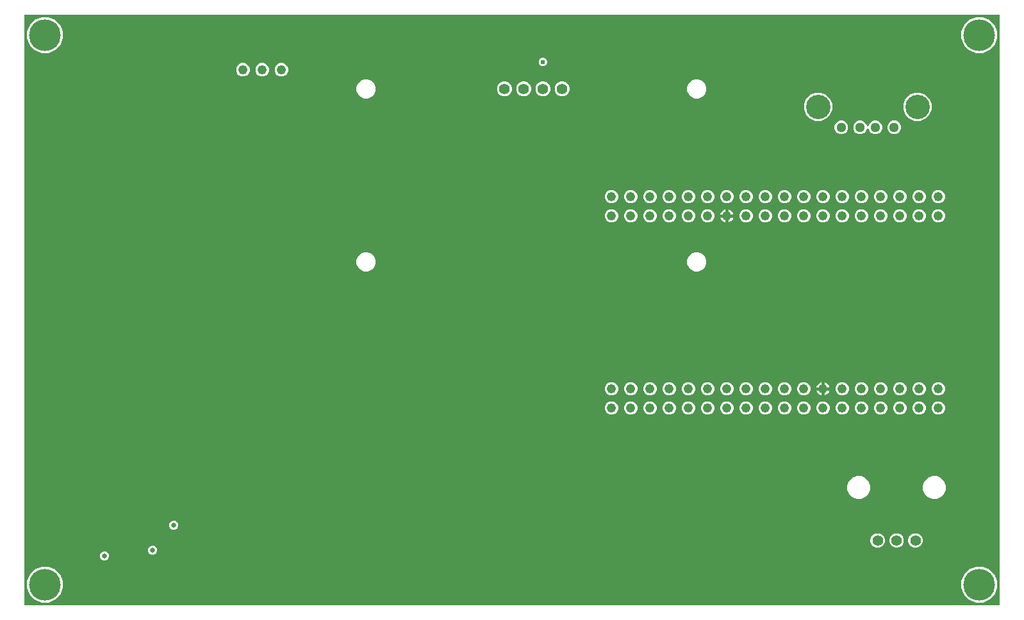
<source format=gbr>
G04 EAGLE Gerber RS-274X export*
G75*
%MOMM*%
%FSLAX34Y34*%
%LPD*%
%INCopper Layer 15*%
%IPPOS*%
%AMOC8*
5,1,8,0,0,1.08239X$1,22.5*%
G01*
%ADD10C,1.422400*%
%ADD11C,1.244600*%
%ADD12C,1.400000*%
%ADD13C,1.288000*%
%ADD14C,3.220000*%
%ADD15C,4.191000*%
%ADD16C,0.654800*%
%ADD17C,0.609600*%

G36*
X1341746Y28718D02*
X1341746Y28718D01*
X1341865Y28725D01*
X1341903Y28738D01*
X1341944Y28743D01*
X1342054Y28786D01*
X1342167Y28823D01*
X1342202Y28845D01*
X1342239Y28860D01*
X1342335Y28929D01*
X1342436Y28993D01*
X1342464Y29023D01*
X1342497Y29046D01*
X1342573Y29138D01*
X1342654Y29225D01*
X1342674Y29260D01*
X1342699Y29291D01*
X1342750Y29399D01*
X1342808Y29503D01*
X1342818Y29543D01*
X1342835Y29579D01*
X1342857Y29696D01*
X1342887Y29811D01*
X1342891Y29871D01*
X1342895Y29891D01*
X1342893Y29912D01*
X1342897Y29972D01*
X1342897Y808228D01*
X1342882Y808346D01*
X1342875Y808465D01*
X1342862Y808503D01*
X1342857Y808544D01*
X1342814Y808654D01*
X1342777Y808767D01*
X1342755Y808802D01*
X1342740Y808839D01*
X1342671Y808935D01*
X1342607Y809036D01*
X1342577Y809064D01*
X1342554Y809097D01*
X1342462Y809173D01*
X1342375Y809254D01*
X1342340Y809274D01*
X1342309Y809299D01*
X1342201Y809350D01*
X1342097Y809408D01*
X1342057Y809418D01*
X1342021Y809435D01*
X1341904Y809457D01*
X1341789Y809487D01*
X1341729Y809491D01*
X1341709Y809495D01*
X1341688Y809493D01*
X1341628Y809497D01*
X55372Y809497D01*
X55254Y809482D01*
X55135Y809475D01*
X55097Y809462D01*
X55056Y809457D01*
X54946Y809414D01*
X54833Y809377D01*
X54798Y809355D01*
X54761Y809340D01*
X54665Y809271D01*
X54564Y809207D01*
X54536Y809177D01*
X54503Y809154D01*
X54427Y809062D01*
X54346Y808975D01*
X54326Y808940D01*
X54301Y808909D01*
X54250Y808801D01*
X54192Y808697D01*
X54182Y808657D01*
X54165Y808621D01*
X54143Y808504D01*
X54113Y808389D01*
X54109Y808329D01*
X54105Y808309D01*
X54107Y808288D01*
X54103Y808228D01*
X54103Y29972D01*
X54118Y29854D01*
X54125Y29735D01*
X54138Y29697D01*
X54143Y29656D01*
X54186Y29546D01*
X54223Y29433D01*
X54245Y29398D01*
X54260Y29361D01*
X54329Y29265D01*
X54393Y29164D01*
X54423Y29136D01*
X54446Y29103D01*
X54538Y29027D01*
X54625Y28946D01*
X54660Y28926D01*
X54691Y28901D01*
X54799Y28850D01*
X54903Y28792D01*
X54943Y28782D01*
X54979Y28765D01*
X55096Y28743D01*
X55211Y28713D01*
X55271Y28709D01*
X55291Y28705D01*
X55312Y28707D01*
X55372Y28703D01*
X1341628Y28703D01*
X1341746Y28718D01*
G37*
%LPC*%
G36*
X1311046Y758824D02*
X1311046Y758824D01*
X1302411Y762401D01*
X1295801Y769011D01*
X1292224Y777646D01*
X1292224Y786994D01*
X1295801Y795629D01*
X1302411Y802239D01*
X1311046Y805816D01*
X1320394Y805816D01*
X1329029Y802239D01*
X1335639Y795629D01*
X1339216Y786994D01*
X1339216Y777646D01*
X1335639Y769011D01*
X1329029Y762401D01*
X1320394Y758824D01*
X1311046Y758824D01*
G37*
%LPD*%
%LPC*%
G36*
X76606Y758824D02*
X76606Y758824D01*
X67971Y762401D01*
X61361Y769011D01*
X57784Y777646D01*
X57784Y786994D01*
X61361Y795629D01*
X67971Y802239D01*
X76606Y805816D01*
X85954Y805816D01*
X94589Y802239D01*
X101199Y795629D01*
X104776Y786994D01*
X104776Y777646D01*
X101199Y769011D01*
X94589Y762401D01*
X85954Y758824D01*
X76606Y758824D01*
G37*
%LPD*%
%LPC*%
G36*
X76606Y32384D02*
X76606Y32384D01*
X67971Y35961D01*
X61361Y42571D01*
X57784Y51206D01*
X57784Y60554D01*
X61361Y69189D01*
X67971Y75799D01*
X76606Y79376D01*
X85954Y79376D01*
X94589Y75799D01*
X101199Y69189D01*
X104776Y60554D01*
X104776Y51206D01*
X101199Y42571D01*
X94589Y35961D01*
X85954Y32384D01*
X76606Y32384D01*
G37*
%LPD*%
%LPC*%
G36*
X1311046Y32384D02*
X1311046Y32384D01*
X1302411Y35961D01*
X1295801Y42571D01*
X1292224Y51206D01*
X1292224Y60554D01*
X1295801Y69189D01*
X1302411Y75799D01*
X1311046Y79376D01*
X1320394Y79376D01*
X1329029Y75799D01*
X1335639Y69189D01*
X1339216Y60554D01*
X1339216Y51206D01*
X1335639Y42571D01*
X1329029Y35961D01*
X1320394Y32384D01*
X1311046Y32384D01*
G37*
%LPD*%
%LPC*%
G36*
X1230392Y668859D02*
X1230392Y668859D01*
X1223541Y671697D01*
X1218297Y676941D01*
X1215459Y683792D01*
X1215459Y691208D01*
X1218297Y698059D01*
X1223541Y703303D01*
X1230392Y706141D01*
X1237808Y706141D01*
X1244659Y703303D01*
X1249903Y698059D01*
X1252741Y691208D01*
X1252741Y683792D01*
X1249903Y676941D01*
X1244659Y671697D01*
X1237808Y668859D01*
X1230392Y668859D01*
G37*
%LPD*%
%LPC*%
G36*
X1098992Y668859D02*
X1098992Y668859D01*
X1092141Y671697D01*
X1086897Y676941D01*
X1084059Y683792D01*
X1084059Y691208D01*
X1086897Y698059D01*
X1092141Y703303D01*
X1098992Y706141D01*
X1106408Y706141D01*
X1113259Y703303D01*
X1118503Y698059D01*
X1121341Y691208D01*
X1121341Y683792D01*
X1118503Y676941D01*
X1113259Y671697D01*
X1106408Y668859D01*
X1098992Y668859D01*
G37*
%LPD*%
%LPC*%
G36*
X1253508Y169259D02*
X1253508Y169259D01*
X1247980Y171549D01*
X1243749Y175780D01*
X1241459Y181308D01*
X1241459Y187292D01*
X1243749Y192820D01*
X1247980Y197051D01*
X1253508Y199341D01*
X1259492Y199341D01*
X1265020Y197051D01*
X1269251Y192820D01*
X1271541Y187292D01*
X1271541Y181308D01*
X1269251Y175780D01*
X1265020Y171549D01*
X1259492Y169259D01*
X1253508Y169259D01*
G37*
%LPD*%
%LPC*%
G36*
X1153508Y169259D02*
X1153508Y169259D01*
X1147980Y171549D01*
X1143749Y175780D01*
X1141459Y181308D01*
X1141459Y187292D01*
X1143749Y192820D01*
X1147980Y197051D01*
X1153508Y199341D01*
X1159492Y199341D01*
X1165020Y197051D01*
X1169251Y192820D01*
X1171541Y187292D01*
X1171541Y181308D01*
X1169251Y175780D01*
X1165020Y171549D01*
X1159492Y169259D01*
X1153508Y169259D01*
G37*
%LPD*%
%LPC*%
G36*
X1156614Y651419D02*
X1156614Y651419D01*
X1153313Y652786D01*
X1150786Y655313D01*
X1149419Y658614D01*
X1149419Y662186D01*
X1150786Y665487D01*
X1153313Y668014D01*
X1156614Y669381D01*
X1160186Y669381D01*
X1163487Y668014D01*
X1166014Y665487D01*
X1167227Y662557D01*
X1167296Y662436D01*
X1167361Y662313D01*
X1167375Y662298D01*
X1167385Y662280D01*
X1167482Y662180D01*
X1167575Y662078D01*
X1167592Y662067D01*
X1167606Y662052D01*
X1167724Y661979D01*
X1167841Y661903D01*
X1167860Y661896D01*
X1167877Y661886D01*
X1168010Y661845D01*
X1168142Y661800D01*
X1168162Y661798D01*
X1168181Y661792D01*
X1168320Y661786D01*
X1168459Y661774D01*
X1168479Y661778D01*
X1168499Y661777D01*
X1168635Y661805D01*
X1168772Y661829D01*
X1168790Y661837D01*
X1168810Y661841D01*
X1168936Y661903D01*
X1169062Y661959D01*
X1169078Y661972D01*
X1169096Y661981D01*
X1169202Y662072D01*
X1169310Y662158D01*
X1169323Y662174D01*
X1169338Y662187D01*
X1169418Y662302D01*
X1169502Y662412D01*
X1169514Y662437D01*
X1169521Y662447D01*
X1169528Y662467D01*
X1169573Y662557D01*
X1170786Y665487D01*
X1173313Y668014D01*
X1176614Y669381D01*
X1180186Y669381D01*
X1183487Y668014D01*
X1186014Y665487D01*
X1187381Y662186D01*
X1187381Y658614D01*
X1186014Y655313D01*
X1183487Y652786D01*
X1180186Y651419D01*
X1176614Y651419D01*
X1173313Y652786D01*
X1170786Y655313D01*
X1169573Y658243D01*
X1169504Y658364D01*
X1169439Y658487D01*
X1169425Y658502D01*
X1169415Y658520D01*
X1169318Y658620D01*
X1169225Y658722D01*
X1169208Y658733D01*
X1169194Y658748D01*
X1169075Y658821D01*
X1168959Y658897D01*
X1168940Y658904D01*
X1168923Y658914D01*
X1168790Y658955D01*
X1168658Y659000D01*
X1168638Y659002D01*
X1168619Y659008D01*
X1168480Y659014D01*
X1168341Y659026D01*
X1168321Y659022D01*
X1168301Y659023D01*
X1168165Y658995D01*
X1168028Y658971D01*
X1168009Y658963D01*
X1167990Y658959D01*
X1167864Y658897D01*
X1167738Y658841D01*
X1167722Y658828D01*
X1167704Y658819D01*
X1167598Y658729D01*
X1167490Y658642D01*
X1167477Y658626D01*
X1167462Y658613D01*
X1167382Y658499D01*
X1167298Y658388D01*
X1167286Y658363D01*
X1167279Y658353D01*
X1167272Y658333D01*
X1167227Y658243D01*
X1166014Y655313D01*
X1163487Y652786D01*
X1160186Y651419D01*
X1156614Y651419D01*
G37*
%LPD*%
%LPC*%
G36*
X502965Y470059D02*
X502965Y470059D01*
X498356Y471968D01*
X494828Y475496D01*
X492919Y480105D01*
X492919Y485095D01*
X494828Y489704D01*
X498356Y493232D01*
X502965Y495141D01*
X507955Y495141D01*
X512564Y493232D01*
X516092Y489704D01*
X518001Y485095D01*
X518001Y480105D01*
X516092Y475496D01*
X512564Y471968D01*
X507955Y470059D01*
X502965Y470059D01*
G37*
%LPD*%
%LPC*%
G36*
X502965Y698659D02*
X502965Y698659D01*
X498356Y700568D01*
X494828Y704096D01*
X492919Y708705D01*
X492919Y713695D01*
X494828Y718304D01*
X498356Y721832D01*
X502965Y723741D01*
X507955Y723741D01*
X512564Y721832D01*
X516092Y718304D01*
X518001Y713695D01*
X518001Y708705D01*
X516092Y704096D01*
X512564Y700568D01*
X507955Y698659D01*
X502965Y698659D01*
G37*
%LPD*%
%LPC*%
G36*
X939845Y698659D02*
X939845Y698659D01*
X935236Y700568D01*
X931708Y704096D01*
X929799Y708705D01*
X929799Y713695D01*
X931708Y718304D01*
X935236Y721832D01*
X939845Y723741D01*
X944835Y723741D01*
X949444Y721832D01*
X952972Y718304D01*
X954881Y713695D01*
X954881Y708705D01*
X952972Y704096D01*
X949444Y700568D01*
X944835Y698659D01*
X939845Y698659D01*
G37*
%LPD*%
%LPC*%
G36*
X939845Y470059D02*
X939845Y470059D01*
X935236Y471968D01*
X931708Y475496D01*
X929799Y480105D01*
X929799Y485095D01*
X931708Y489704D01*
X935236Y493232D01*
X939845Y495141D01*
X944835Y495141D01*
X949444Y493232D01*
X952972Y489704D01*
X954881Y485095D01*
X954881Y480105D01*
X952972Y475496D01*
X949444Y471968D01*
X944835Y470059D01*
X939845Y470059D01*
G37*
%LPD*%
%LPC*%
G36*
X686420Y701547D02*
X686420Y701547D01*
X682872Y703017D01*
X680157Y705732D01*
X678687Y709280D01*
X678687Y713120D01*
X680157Y716668D01*
X682872Y719383D01*
X686420Y720853D01*
X690260Y720853D01*
X693808Y719383D01*
X696523Y716668D01*
X697993Y713120D01*
X697993Y709280D01*
X696523Y705732D01*
X693808Y703017D01*
X690260Y701547D01*
X686420Y701547D01*
G37*
%LPD*%
%LPC*%
G36*
X737220Y701547D02*
X737220Y701547D01*
X733672Y703017D01*
X730957Y705732D01*
X729487Y709280D01*
X729487Y713120D01*
X730957Y716668D01*
X733672Y719383D01*
X737220Y720853D01*
X741060Y720853D01*
X744608Y719383D01*
X747323Y716668D01*
X748793Y713120D01*
X748793Y709280D01*
X747323Y705732D01*
X744608Y703017D01*
X741060Y701547D01*
X737220Y701547D01*
G37*
%LPD*%
%LPC*%
G36*
X711820Y701547D02*
X711820Y701547D01*
X708272Y703017D01*
X705557Y705732D01*
X704087Y709280D01*
X704087Y713120D01*
X705557Y716668D01*
X708272Y719383D01*
X711820Y720853D01*
X715660Y720853D01*
X719208Y719383D01*
X721923Y716668D01*
X723393Y713120D01*
X723393Y709280D01*
X721923Y705732D01*
X719208Y703017D01*
X715660Y701547D01*
X711820Y701547D01*
G37*
%LPD*%
%LPC*%
G36*
X762620Y701547D02*
X762620Y701547D01*
X759072Y703017D01*
X756357Y705732D01*
X754887Y709280D01*
X754887Y713120D01*
X756357Y716668D01*
X759072Y719383D01*
X762620Y720853D01*
X766460Y720853D01*
X770008Y719383D01*
X772723Y716668D01*
X774193Y713120D01*
X774193Y709280D01*
X772723Y705732D01*
X770008Y703017D01*
X766460Y701547D01*
X762620Y701547D01*
G37*
%LPD*%
%LPC*%
G36*
X1179602Y104759D02*
X1179602Y104759D01*
X1176096Y106212D01*
X1173412Y108896D01*
X1171959Y112402D01*
X1171959Y116198D01*
X1173412Y119704D01*
X1176096Y122388D01*
X1179602Y123841D01*
X1183398Y123841D01*
X1186904Y122388D01*
X1189588Y119704D01*
X1191041Y116198D01*
X1191041Y112402D01*
X1189588Y108896D01*
X1186904Y106212D01*
X1183398Y104759D01*
X1179602Y104759D01*
G37*
%LPD*%
%LPC*%
G36*
X1229602Y104759D02*
X1229602Y104759D01*
X1226096Y106212D01*
X1223412Y108896D01*
X1221959Y112402D01*
X1221959Y116198D01*
X1223412Y119704D01*
X1226096Y122388D01*
X1229602Y123841D01*
X1233398Y123841D01*
X1236904Y122388D01*
X1239588Y119704D01*
X1241041Y116198D01*
X1241041Y112402D01*
X1239588Y108896D01*
X1236904Y106212D01*
X1233398Y104759D01*
X1229602Y104759D01*
G37*
%LPD*%
%LPC*%
G36*
X1204602Y104759D02*
X1204602Y104759D01*
X1201096Y106212D01*
X1198412Y108896D01*
X1196959Y112402D01*
X1196959Y116198D01*
X1198412Y119704D01*
X1201096Y122388D01*
X1204602Y123841D01*
X1208398Y123841D01*
X1211904Y122388D01*
X1214588Y119704D01*
X1216041Y116198D01*
X1216041Y112402D01*
X1214588Y108896D01*
X1211904Y106212D01*
X1208398Y104759D01*
X1204602Y104759D01*
G37*
%LPD*%
%LPC*%
G36*
X1201614Y651419D02*
X1201614Y651419D01*
X1198313Y652786D01*
X1195786Y655313D01*
X1194419Y658614D01*
X1194419Y662186D01*
X1195786Y665487D01*
X1198313Y668014D01*
X1201614Y669381D01*
X1205186Y669381D01*
X1208487Y668014D01*
X1211014Y665487D01*
X1212381Y662186D01*
X1212381Y658614D01*
X1211014Y655313D01*
X1208487Y652786D01*
X1205186Y651419D01*
X1201614Y651419D01*
G37*
%LPD*%
%LPC*%
G36*
X1131614Y651419D02*
X1131614Y651419D01*
X1128313Y652786D01*
X1125786Y655313D01*
X1124419Y658614D01*
X1124419Y662186D01*
X1125786Y665487D01*
X1128313Y668014D01*
X1131614Y669381D01*
X1135186Y669381D01*
X1138487Y668014D01*
X1141014Y665487D01*
X1142381Y662186D01*
X1142381Y658614D01*
X1141014Y655313D01*
X1138487Y652786D01*
X1135186Y651419D01*
X1131614Y651419D01*
G37*
%LPD*%
%LPC*%
G36*
X1183757Y559936D02*
X1183757Y559936D01*
X1180536Y561270D01*
X1178070Y563736D01*
X1176736Y566957D01*
X1176736Y570443D01*
X1178070Y573664D01*
X1180536Y576130D01*
X1183757Y577464D01*
X1187243Y577464D01*
X1190464Y576130D01*
X1192930Y573664D01*
X1194264Y570443D01*
X1194264Y566957D01*
X1192930Y563736D01*
X1190464Y561270D01*
X1187243Y559936D01*
X1183757Y559936D01*
G37*
%LPD*%
%LPC*%
G36*
X1158357Y559936D02*
X1158357Y559936D01*
X1155136Y561270D01*
X1152670Y563736D01*
X1151336Y566957D01*
X1151336Y570443D01*
X1152670Y573664D01*
X1155136Y576130D01*
X1158357Y577464D01*
X1161843Y577464D01*
X1165064Y576130D01*
X1167530Y573664D01*
X1168864Y570443D01*
X1168864Y566957D01*
X1167530Y563736D01*
X1165064Y561270D01*
X1161843Y559936D01*
X1158357Y559936D01*
G37*
%LPD*%
%LPC*%
G36*
X1132957Y559936D02*
X1132957Y559936D01*
X1129736Y561270D01*
X1127270Y563736D01*
X1125936Y566957D01*
X1125936Y570443D01*
X1127270Y573664D01*
X1129736Y576130D01*
X1132957Y577464D01*
X1136443Y577464D01*
X1139664Y576130D01*
X1142130Y573664D01*
X1143464Y570443D01*
X1143464Y566957D01*
X1142130Y563736D01*
X1139664Y561270D01*
X1136443Y559936D01*
X1132957Y559936D01*
G37*
%LPD*%
%LPC*%
G36*
X1107557Y559936D02*
X1107557Y559936D01*
X1104336Y561270D01*
X1101870Y563736D01*
X1100536Y566957D01*
X1100536Y570443D01*
X1101870Y573664D01*
X1104336Y576130D01*
X1107557Y577464D01*
X1111043Y577464D01*
X1114264Y576130D01*
X1116730Y573664D01*
X1118064Y570443D01*
X1118064Y566957D01*
X1116730Y563736D01*
X1114264Y561270D01*
X1111043Y559936D01*
X1107557Y559936D01*
G37*
%LPD*%
%LPC*%
G36*
X1082157Y559936D02*
X1082157Y559936D01*
X1078936Y561270D01*
X1076470Y563736D01*
X1075136Y566957D01*
X1075136Y570443D01*
X1076470Y573664D01*
X1078936Y576130D01*
X1082157Y577464D01*
X1085643Y577464D01*
X1088864Y576130D01*
X1091330Y573664D01*
X1092664Y570443D01*
X1092664Y566957D01*
X1091330Y563736D01*
X1088864Y561270D01*
X1085643Y559936D01*
X1082157Y559936D01*
G37*
%LPD*%
%LPC*%
G36*
X1056757Y559936D02*
X1056757Y559936D01*
X1053536Y561270D01*
X1051070Y563736D01*
X1049736Y566957D01*
X1049736Y570443D01*
X1051070Y573664D01*
X1053536Y576130D01*
X1056757Y577464D01*
X1060243Y577464D01*
X1063464Y576130D01*
X1065930Y573664D01*
X1067264Y570443D01*
X1067264Y566957D01*
X1065930Y563736D01*
X1063464Y561270D01*
X1060243Y559936D01*
X1056757Y559936D01*
G37*
%LPD*%
%LPC*%
G36*
X1031357Y559936D02*
X1031357Y559936D01*
X1028136Y561270D01*
X1025670Y563736D01*
X1024336Y566957D01*
X1024336Y570443D01*
X1025670Y573664D01*
X1028136Y576130D01*
X1031357Y577464D01*
X1034843Y577464D01*
X1038064Y576130D01*
X1040530Y573664D01*
X1041864Y570443D01*
X1041864Y566957D01*
X1040530Y563736D01*
X1038064Y561270D01*
X1034843Y559936D01*
X1031357Y559936D01*
G37*
%LPD*%
%LPC*%
G36*
X1005957Y559936D02*
X1005957Y559936D01*
X1002736Y561270D01*
X1000270Y563736D01*
X998936Y566957D01*
X998936Y570443D01*
X1000270Y573664D01*
X1002736Y576130D01*
X1005957Y577464D01*
X1009443Y577464D01*
X1012664Y576130D01*
X1015130Y573664D01*
X1016464Y570443D01*
X1016464Y566957D01*
X1015130Y563736D01*
X1012664Y561270D01*
X1009443Y559936D01*
X1005957Y559936D01*
G37*
%LPD*%
%LPC*%
G36*
X980557Y559936D02*
X980557Y559936D01*
X977336Y561270D01*
X974870Y563736D01*
X973536Y566957D01*
X973536Y570443D01*
X974870Y573664D01*
X977336Y576130D01*
X980557Y577464D01*
X984043Y577464D01*
X987264Y576130D01*
X989730Y573664D01*
X991064Y570443D01*
X991064Y566957D01*
X989730Y563736D01*
X987264Y561270D01*
X984043Y559936D01*
X980557Y559936D01*
G37*
%LPD*%
%LPC*%
G36*
X955157Y559936D02*
X955157Y559936D01*
X951936Y561270D01*
X949470Y563736D01*
X948136Y566957D01*
X948136Y570443D01*
X949470Y573664D01*
X951936Y576130D01*
X955157Y577464D01*
X958643Y577464D01*
X961864Y576130D01*
X964330Y573664D01*
X965664Y570443D01*
X965664Y566957D01*
X964330Y563736D01*
X961864Y561270D01*
X958643Y559936D01*
X955157Y559936D01*
G37*
%LPD*%
%LPC*%
G36*
X929757Y559936D02*
X929757Y559936D01*
X926536Y561270D01*
X924070Y563736D01*
X922736Y566957D01*
X922736Y570443D01*
X924070Y573664D01*
X926536Y576130D01*
X929757Y577464D01*
X933243Y577464D01*
X936464Y576130D01*
X938930Y573664D01*
X940264Y570443D01*
X940264Y566957D01*
X938930Y563736D01*
X936464Y561270D01*
X933243Y559936D01*
X929757Y559936D01*
G37*
%LPD*%
%LPC*%
G36*
X904357Y559936D02*
X904357Y559936D01*
X901136Y561270D01*
X898670Y563736D01*
X897336Y566957D01*
X897336Y570443D01*
X898670Y573664D01*
X901136Y576130D01*
X904357Y577464D01*
X907843Y577464D01*
X911064Y576130D01*
X913530Y573664D01*
X914864Y570443D01*
X914864Y566957D01*
X913530Y563736D01*
X911064Y561270D01*
X907843Y559936D01*
X904357Y559936D01*
G37*
%LPD*%
%LPC*%
G36*
X878957Y559936D02*
X878957Y559936D01*
X875736Y561270D01*
X873270Y563736D01*
X871936Y566957D01*
X871936Y570443D01*
X873270Y573664D01*
X875736Y576130D01*
X878957Y577464D01*
X882443Y577464D01*
X885664Y576130D01*
X888130Y573664D01*
X889464Y570443D01*
X889464Y566957D01*
X888130Y563736D01*
X885664Y561270D01*
X882443Y559936D01*
X878957Y559936D01*
G37*
%LPD*%
%LPC*%
G36*
X878957Y534536D02*
X878957Y534536D01*
X875736Y535870D01*
X873270Y538336D01*
X871936Y541557D01*
X871936Y545043D01*
X873270Y548264D01*
X875736Y550730D01*
X878957Y552064D01*
X882443Y552064D01*
X885664Y550730D01*
X888130Y548264D01*
X889464Y545043D01*
X889464Y541557D01*
X888130Y538336D01*
X885664Y535870D01*
X882443Y534536D01*
X878957Y534536D01*
G37*
%LPD*%
%LPC*%
G36*
X853557Y534536D02*
X853557Y534536D01*
X850336Y535870D01*
X847870Y538336D01*
X846536Y541557D01*
X846536Y545043D01*
X847870Y548264D01*
X850336Y550730D01*
X853557Y552064D01*
X857043Y552064D01*
X860264Y550730D01*
X862730Y548264D01*
X864064Y545043D01*
X864064Y541557D01*
X862730Y538336D01*
X860264Y535870D01*
X857043Y534536D01*
X853557Y534536D01*
G37*
%LPD*%
%LPC*%
G36*
X1259957Y534536D02*
X1259957Y534536D01*
X1256736Y535870D01*
X1254270Y538336D01*
X1252936Y541557D01*
X1252936Y545043D01*
X1254270Y548264D01*
X1256736Y550730D01*
X1259957Y552064D01*
X1263443Y552064D01*
X1266664Y550730D01*
X1269130Y548264D01*
X1270464Y545043D01*
X1270464Y541557D01*
X1269130Y538336D01*
X1266664Y535870D01*
X1263443Y534536D01*
X1259957Y534536D01*
G37*
%LPD*%
%LPC*%
G36*
X1234557Y534536D02*
X1234557Y534536D01*
X1231336Y535870D01*
X1228870Y538336D01*
X1227536Y541557D01*
X1227536Y545043D01*
X1228870Y548264D01*
X1231336Y550730D01*
X1234557Y552064D01*
X1238043Y552064D01*
X1241264Y550730D01*
X1243730Y548264D01*
X1245064Y545043D01*
X1245064Y541557D01*
X1243730Y538336D01*
X1241264Y535870D01*
X1238043Y534536D01*
X1234557Y534536D01*
G37*
%LPD*%
%LPC*%
G36*
X1209157Y534536D02*
X1209157Y534536D01*
X1205936Y535870D01*
X1203470Y538336D01*
X1202136Y541557D01*
X1202136Y545043D01*
X1203470Y548264D01*
X1205936Y550730D01*
X1209157Y552064D01*
X1212643Y552064D01*
X1215864Y550730D01*
X1218330Y548264D01*
X1219664Y545043D01*
X1219664Y541557D01*
X1218330Y538336D01*
X1215864Y535870D01*
X1212643Y534536D01*
X1209157Y534536D01*
G37*
%LPD*%
%LPC*%
G36*
X1183757Y534536D02*
X1183757Y534536D01*
X1180536Y535870D01*
X1178070Y538336D01*
X1176736Y541557D01*
X1176736Y545043D01*
X1178070Y548264D01*
X1180536Y550730D01*
X1183757Y552064D01*
X1187243Y552064D01*
X1190464Y550730D01*
X1192930Y548264D01*
X1194264Y545043D01*
X1194264Y541557D01*
X1192930Y538336D01*
X1190464Y535870D01*
X1187243Y534536D01*
X1183757Y534536D01*
G37*
%LPD*%
%LPC*%
G36*
X1158357Y534536D02*
X1158357Y534536D01*
X1155136Y535870D01*
X1152670Y538336D01*
X1151336Y541557D01*
X1151336Y545043D01*
X1152670Y548264D01*
X1155136Y550730D01*
X1158357Y552064D01*
X1161843Y552064D01*
X1165064Y550730D01*
X1167530Y548264D01*
X1168864Y545043D01*
X1168864Y541557D01*
X1167530Y538336D01*
X1165064Y535870D01*
X1161843Y534536D01*
X1158357Y534536D01*
G37*
%LPD*%
%LPC*%
G36*
X1132957Y534536D02*
X1132957Y534536D01*
X1129736Y535870D01*
X1127270Y538336D01*
X1125936Y541557D01*
X1125936Y545043D01*
X1127270Y548264D01*
X1129736Y550730D01*
X1132957Y552064D01*
X1136443Y552064D01*
X1139664Y550730D01*
X1142130Y548264D01*
X1143464Y545043D01*
X1143464Y541557D01*
X1142130Y538336D01*
X1139664Y535870D01*
X1136443Y534536D01*
X1132957Y534536D01*
G37*
%LPD*%
%LPC*%
G36*
X1107557Y534536D02*
X1107557Y534536D01*
X1104336Y535870D01*
X1101870Y538336D01*
X1100536Y541557D01*
X1100536Y545043D01*
X1101870Y548264D01*
X1104336Y550730D01*
X1107557Y552064D01*
X1111043Y552064D01*
X1114264Y550730D01*
X1116730Y548264D01*
X1118064Y545043D01*
X1118064Y541557D01*
X1116730Y538336D01*
X1114264Y535870D01*
X1111043Y534536D01*
X1107557Y534536D01*
G37*
%LPD*%
%LPC*%
G36*
X1082157Y534536D02*
X1082157Y534536D01*
X1078936Y535870D01*
X1076470Y538336D01*
X1075136Y541557D01*
X1075136Y545043D01*
X1076470Y548264D01*
X1078936Y550730D01*
X1082157Y552064D01*
X1085643Y552064D01*
X1088864Y550730D01*
X1091330Y548264D01*
X1092664Y545043D01*
X1092664Y541557D01*
X1091330Y538336D01*
X1088864Y535870D01*
X1085643Y534536D01*
X1082157Y534536D01*
G37*
%LPD*%
%LPC*%
G36*
X1056757Y534536D02*
X1056757Y534536D01*
X1053536Y535870D01*
X1051070Y538336D01*
X1049736Y541557D01*
X1049736Y545043D01*
X1051070Y548264D01*
X1053536Y550730D01*
X1056757Y552064D01*
X1060243Y552064D01*
X1063464Y550730D01*
X1065930Y548264D01*
X1067264Y545043D01*
X1067264Y541557D01*
X1065930Y538336D01*
X1063464Y535870D01*
X1060243Y534536D01*
X1056757Y534536D01*
G37*
%LPD*%
%LPC*%
G36*
X1031357Y534536D02*
X1031357Y534536D01*
X1028136Y535870D01*
X1025670Y538336D01*
X1024336Y541557D01*
X1024336Y545043D01*
X1025670Y548264D01*
X1028136Y550730D01*
X1031357Y552064D01*
X1034843Y552064D01*
X1038064Y550730D01*
X1040530Y548264D01*
X1041864Y545043D01*
X1041864Y541557D01*
X1040530Y538336D01*
X1038064Y535870D01*
X1034843Y534536D01*
X1031357Y534536D01*
G37*
%LPD*%
%LPC*%
G36*
X1005957Y534536D02*
X1005957Y534536D01*
X1002736Y535870D01*
X1000270Y538336D01*
X998936Y541557D01*
X998936Y545043D01*
X1000270Y548264D01*
X1002736Y550730D01*
X1005957Y552064D01*
X1009443Y552064D01*
X1012664Y550730D01*
X1015130Y548264D01*
X1016464Y545043D01*
X1016464Y541557D01*
X1015130Y538336D01*
X1012664Y535870D01*
X1009443Y534536D01*
X1005957Y534536D01*
G37*
%LPD*%
%LPC*%
G36*
X955157Y534536D02*
X955157Y534536D01*
X951936Y535870D01*
X949470Y538336D01*
X948136Y541557D01*
X948136Y545043D01*
X949470Y548264D01*
X951936Y550730D01*
X955157Y552064D01*
X958643Y552064D01*
X961864Y550730D01*
X964330Y548264D01*
X965664Y545043D01*
X965664Y541557D01*
X964330Y538336D01*
X961864Y535870D01*
X958643Y534536D01*
X955157Y534536D01*
G37*
%LPD*%
%LPC*%
G36*
X929757Y534536D02*
X929757Y534536D01*
X926536Y535870D01*
X924070Y538336D01*
X922736Y541557D01*
X922736Y545043D01*
X924070Y548264D01*
X926536Y550730D01*
X929757Y552064D01*
X933243Y552064D01*
X936464Y550730D01*
X938930Y548264D01*
X940264Y545043D01*
X940264Y541557D01*
X938930Y538336D01*
X936464Y535870D01*
X933243Y534536D01*
X929757Y534536D01*
G37*
%LPD*%
%LPC*%
G36*
X904357Y534536D02*
X904357Y534536D01*
X901136Y535870D01*
X898670Y538336D01*
X897336Y541557D01*
X897336Y545043D01*
X898670Y548264D01*
X901136Y550730D01*
X904357Y552064D01*
X907843Y552064D01*
X911064Y550730D01*
X913530Y548264D01*
X914864Y545043D01*
X914864Y541557D01*
X913530Y538336D01*
X911064Y535870D01*
X907843Y534536D01*
X904357Y534536D01*
G37*
%LPD*%
%LPC*%
G36*
X828157Y534536D02*
X828157Y534536D01*
X824936Y535870D01*
X822470Y538336D01*
X821136Y541557D01*
X821136Y545043D01*
X822470Y548264D01*
X824936Y550730D01*
X828157Y552064D01*
X831643Y552064D01*
X834864Y550730D01*
X837330Y548264D01*
X838664Y545043D01*
X838664Y541557D01*
X837330Y538336D01*
X834864Y535870D01*
X831643Y534536D01*
X828157Y534536D01*
G37*
%LPD*%
%LPC*%
G36*
X1209157Y559936D02*
X1209157Y559936D01*
X1205936Y561270D01*
X1203470Y563736D01*
X1202136Y566957D01*
X1202136Y570443D01*
X1203470Y573664D01*
X1205936Y576130D01*
X1209157Y577464D01*
X1212643Y577464D01*
X1215864Y576130D01*
X1218330Y573664D01*
X1219664Y570443D01*
X1219664Y566957D01*
X1218330Y563736D01*
X1215864Y561270D01*
X1212643Y559936D01*
X1209157Y559936D01*
G37*
%LPD*%
%LPC*%
G36*
X1234557Y559936D02*
X1234557Y559936D01*
X1231336Y561270D01*
X1228870Y563736D01*
X1227536Y566957D01*
X1227536Y570443D01*
X1228870Y573664D01*
X1231336Y576130D01*
X1234557Y577464D01*
X1238043Y577464D01*
X1241264Y576130D01*
X1243730Y573664D01*
X1245064Y570443D01*
X1245064Y566957D01*
X1243730Y563736D01*
X1241264Y561270D01*
X1238043Y559936D01*
X1234557Y559936D01*
G37*
%LPD*%
%LPC*%
G36*
X391957Y727836D02*
X391957Y727836D01*
X388736Y729170D01*
X386270Y731636D01*
X384936Y734857D01*
X384936Y738343D01*
X386270Y741564D01*
X388736Y744030D01*
X391957Y745364D01*
X395443Y745364D01*
X398664Y744030D01*
X401130Y741564D01*
X402464Y738343D01*
X402464Y734857D01*
X401130Y731636D01*
X398664Y729170D01*
X395443Y727836D01*
X391957Y727836D01*
G37*
%LPD*%
%LPC*%
G36*
X828157Y280536D02*
X828157Y280536D01*
X824936Y281870D01*
X822470Y284336D01*
X821136Y287557D01*
X821136Y291043D01*
X822470Y294264D01*
X824936Y296730D01*
X828157Y298064D01*
X831643Y298064D01*
X834864Y296730D01*
X837330Y294264D01*
X838664Y291043D01*
X838664Y287557D01*
X837330Y284336D01*
X834864Y281870D01*
X831643Y280536D01*
X828157Y280536D01*
G37*
%LPD*%
%LPC*%
G36*
X1259957Y559936D02*
X1259957Y559936D01*
X1256736Y561270D01*
X1254270Y563736D01*
X1252936Y566957D01*
X1252936Y570443D01*
X1254270Y573664D01*
X1256736Y576130D01*
X1259957Y577464D01*
X1263443Y577464D01*
X1266664Y576130D01*
X1269130Y573664D01*
X1270464Y570443D01*
X1270464Y566957D01*
X1269130Y563736D01*
X1266664Y561270D01*
X1263443Y559936D01*
X1259957Y559936D01*
G37*
%LPD*%
%LPC*%
G36*
X828157Y559936D02*
X828157Y559936D01*
X824936Y561270D01*
X822470Y563736D01*
X821136Y566957D01*
X821136Y570443D01*
X822470Y573664D01*
X824936Y576130D01*
X828157Y577464D01*
X831643Y577464D01*
X834864Y576130D01*
X837330Y573664D01*
X838664Y570443D01*
X838664Y566957D01*
X837330Y563736D01*
X834864Y561270D01*
X831643Y559936D01*
X828157Y559936D01*
G37*
%LPD*%
%LPC*%
G36*
X929757Y305936D02*
X929757Y305936D01*
X926536Y307270D01*
X924070Y309736D01*
X922736Y312957D01*
X922736Y316443D01*
X924070Y319664D01*
X926536Y322130D01*
X929757Y323464D01*
X933243Y323464D01*
X936464Y322130D01*
X938930Y319664D01*
X940264Y316443D01*
X940264Y312957D01*
X938930Y309736D01*
X936464Y307270D01*
X933243Y305936D01*
X929757Y305936D01*
G37*
%LPD*%
%LPC*%
G36*
X904357Y305936D02*
X904357Y305936D01*
X901136Y307270D01*
X898670Y309736D01*
X897336Y312957D01*
X897336Y316443D01*
X898670Y319664D01*
X901136Y322130D01*
X904357Y323464D01*
X907843Y323464D01*
X911064Y322130D01*
X913530Y319664D01*
X914864Y316443D01*
X914864Y312957D01*
X913530Y309736D01*
X911064Y307270D01*
X907843Y305936D01*
X904357Y305936D01*
G37*
%LPD*%
%LPC*%
G36*
X1259957Y305936D02*
X1259957Y305936D01*
X1256736Y307270D01*
X1254270Y309736D01*
X1252936Y312957D01*
X1252936Y316443D01*
X1254270Y319664D01*
X1256736Y322130D01*
X1259957Y323464D01*
X1263443Y323464D01*
X1266664Y322130D01*
X1269130Y319664D01*
X1270464Y316443D01*
X1270464Y312957D01*
X1269130Y309736D01*
X1266664Y307270D01*
X1263443Y305936D01*
X1259957Y305936D01*
G37*
%LPD*%
%LPC*%
G36*
X1234557Y305936D02*
X1234557Y305936D01*
X1231336Y307270D01*
X1228870Y309736D01*
X1227536Y312957D01*
X1227536Y316443D01*
X1228870Y319664D01*
X1231336Y322130D01*
X1234557Y323464D01*
X1238043Y323464D01*
X1241264Y322130D01*
X1243730Y319664D01*
X1245064Y316443D01*
X1245064Y312957D01*
X1243730Y309736D01*
X1241264Y307270D01*
X1238043Y305936D01*
X1234557Y305936D01*
G37*
%LPD*%
%LPC*%
G36*
X1209157Y305936D02*
X1209157Y305936D01*
X1205936Y307270D01*
X1203470Y309736D01*
X1202136Y312957D01*
X1202136Y316443D01*
X1203470Y319664D01*
X1205936Y322130D01*
X1209157Y323464D01*
X1212643Y323464D01*
X1215864Y322130D01*
X1218330Y319664D01*
X1219664Y316443D01*
X1219664Y312957D01*
X1218330Y309736D01*
X1215864Y307270D01*
X1212643Y305936D01*
X1209157Y305936D01*
G37*
%LPD*%
%LPC*%
G36*
X1183757Y305936D02*
X1183757Y305936D01*
X1180536Y307270D01*
X1178070Y309736D01*
X1176736Y312957D01*
X1176736Y316443D01*
X1178070Y319664D01*
X1180536Y322130D01*
X1183757Y323464D01*
X1187243Y323464D01*
X1190464Y322130D01*
X1192930Y319664D01*
X1194264Y316443D01*
X1194264Y312957D01*
X1192930Y309736D01*
X1190464Y307270D01*
X1187243Y305936D01*
X1183757Y305936D01*
G37*
%LPD*%
%LPC*%
G36*
X1158357Y305936D02*
X1158357Y305936D01*
X1155136Y307270D01*
X1152670Y309736D01*
X1151336Y312957D01*
X1151336Y316443D01*
X1152670Y319664D01*
X1155136Y322130D01*
X1158357Y323464D01*
X1161843Y323464D01*
X1165064Y322130D01*
X1167530Y319664D01*
X1168864Y316443D01*
X1168864Y312957D01*
X1167530Y309736D01*
X1165064Y307270D01*
X1161843Y305936D01*
X1158357Y305936D01*
G37*
%LPD*%
%LPC*%
G36*
X1132957Y305936D02*
X1132957Y305936D01*
X1129736Y307270D01*
X1127270Y309736D01*
X1125936Y312957D01*
X1125936Y316443D01*
X1127270Y319664D01*
X1129736Y322130D01*
X1132957Y323464D01*
X1136443Y323464D01*
X1139664Y322130D01*
X1142130Y319664D01*
X1143464Y316443D01*
X1143464Y312957D01*
X1142130Y309736D01*
X1139664Y307270D01*
X1136443Y305936D01*
X1132957Y305936D01*
G37*
%LPD*%
%LPC*%
G36*
X1082157Y305936D02*
X1082157Y305936D01*
X1078936Y307270D01*
X1076470Y309736D01*
X1075136Y312957D01*
X1075136Y316443D01*
X1076470Y319664D01*
X1078936Y322130D01*
X1082157Y323464D01*
X1085643Y323464D01*
X1088864Y322130D01*
X1091330Y319664D01*
X1092664Y316443D01*
X1092664Y312957D01*
X1091330Y309736D01*
X1088864Y307270D01*
X1085643Y305936D01*
X1082157Y305936D01*
G37*
%LPD*%
%LPC*%
G36*
X1056757Y305936D02*
X1056757Y305936D01*
X1053536Y307270D01*
X1051070Y309736D01*
X1049736Y312957D01*
X1049736Y316443D01*
X1051070Y319664D01*
X1053536Y322130D01*
X1056757Y323464D01*
X1060243Y323464D01*
X1063464Y322130D01*
X1065930Y319664D01*
X1067264Y316443D01*
X1067264Y312957D01*
X1065930Y309736D01*
X1063464Y307270D01*
X1060243Y305936D01*
X1056757Y305936D01*
G37*
%LPD*%
%LPC*%
G36*
X1031357Y305936D02*
X1031357Y305936D01*
X1028136Y307270D01*
X1025670Y309736D01*
X1024336Y312957D01*
X1024336Y316443D01*
X1025670Y319664D01*
X1028136Y322130D01*
X1031357Y323464D01*
X1034843Y323464D01*
X1038064Y322130D01*
X1040530Y319664D01*
X1041864Y316443D01*
X1041864Y312957D01*
X1040530Y309736D01*
X1038064Y307270D01*
X1034843Y305936D01*
X1031357Y305936D01*
G37*
%LPD*%
%LPC*%
G36*
X1005957Y305936D02*
X1005957Y305936D01*
X1002736Y307270D01*
X1000270Y309736D01*
X998936Y312957D01*
X998936Y316443D01*
X1000270Y319664D01*
X1002736Y322130D01*
X1005957Y323464D01*
X1009443Y323464D01*
X1012664Y322130D01*
X1015130Y319664D01*
X1016464Y316443D01*
X1016464Y312957D01*
X1015130Y309736D01*
X1012664Y307270D01*
X1009443Y305936D01*
X1005957Y305936D01*
G37*
%LPD*%
%LPC*%
G36*
X980557Y305936D02*
X980557Y305936D01*
X977336Y307270D01*
X974870Y309736D01*
X973536Y312957D01*
X973536Y316443D01*
X974870Y319664D01*
X977336Y322130D01*
X980557Y323464D01*
X984043Y323464D01*
X987264Y322130D01*
X989730Y319664D01*
X991064Y316443D01*
X991064Y312957D01*
X989730Y309736D01*
X987264Y307270D01*
X984043Y305936D01*
X980557Y305936D01*
G37*
%LPD*%
%LPC*%
G36*
X955157Y305936D02*
X955157Y305936D01*
X951936Y307270D01*
X949470Y309736D01*
X948136Y312957D01*
X948136Y316443D01*
X949470Y319664D01*
X951936Y322130D01*
X955157Y323464D01*
X958643Y323464D01*
X961864Y322130D01*
X964330Y319664D01*
X965664Y316443D01*
X965664Y312957D01*
X964330Y309736D01*
X961864Y307270D01*
X958643Y305936D01*
X955157Y305936D01*
G37*
%LPD*%
%LPC*%
G36*
X878957Y305936D02*
X878957Y305936D01*
X875736Y307270D01*
X873270Y309736D01*
X871936Y312957D01*
X871936Y316443D01*
X873270Y319664D01*
X875736Y322130D01*
X878957Y323464D01*
X882443Y323464D01*
X885664Y322130D01*
X888130Y319664D01*
X889464Y316443D01*
X889464Y312957D01*
X888130Y309736D01*
X885664Y307270D01*
X882443Y305936D01*
X878957Y305936D01*
G37*
%LPD*%
%LPC*%
G36*
X853557Y305936D02*
X853557Y305936D01*
X850336Y307270D01*
X847870Y309736D01*
X846536Y312957D01*
X846536Y316443D01*
X847870Y319664D01*
X850336Y322130D01*
X853557Y323464D01*
X857043Y323464D01*
X860264Y322130D01*
X862730Y319664D01*
X864064Y316443D01*
X864064Y312957D01*
X862730Y309736D01*
X860264Y307270D01*
X857043Y305936D01*
X853557Y305936D01*
G37*
%LPD*%
%LPC*%
G36*
X828157Y305936D02*
X828157Y305936D01*
X824936Y307270D01*
X822470Y309736D01*
X821136Y312957D01*
X821136Y316443D01*
X822470Y319664D01*
X824936Y322130D01*
X828157Y323464D01*
X831643Y323464D01*
X834864Y322130D01*
X837330Y319664D01*
X838664Y316443D01*
X838664Y312957D01*
X837330Y309736D01*
X834864Y307270D01*
X831643Y305936D01*
X828157Y305936D01*
G37*
%LPD*%
%LPC*%
G36*
X853557Y280536D02*
X853557Y280536D01*
X850336Y281870D01*
X847870Y284336D01*
X846536Y287557D01*
X846536Y291043D01*
X847870Y294264D01*
X850336Y296730D01*
X853557Y298064D01*
X857043Y298064D01*
X860264Y296730D01*
X862730Y294264D01*
X864064Y291043D01*
X864064Y287557D01*
X862730Y284336D01*
X860264Y281870D01*
X857043Y280536D01*
X853557Y280536D01*
G37*
%LPD*%
%LPC*%
G36*
X853557Y559936D02*
X853557Y559936D01*
X850336Y561270D01*
X847870Y563736D01*
X846536Y566957D01*
X846536Y570443D01*
X847870Y573664D01*
X850336Y576130D01*
X853557Y577464D01*
X857043Y577464D01*
X860264Y576130D01*
X862730Y573664D01*
X864064Y570443D01*
X864064Y566957D01*
X862730Y563736D01*
X860264Y561270D01*
X857043Y559936D01*
X853557Y559936D01*
G37*
%LPD*%
%LPC*%
G36*
X341157Y727836D02*
X341157Y727836D01*
X337936Y729170D01*
X335470Y731636D01*
X334136Y734857D01*
X334136Y738343D01*
X335470Y741564D01*
X337936Y744030D01*
X341157Y745364D01*
X344643Y745364D01*
X347864Y744030D01*
X350330Y741564D01*
X351664Y738343D01*
X351664Y734857D01*
X350330Y731636D01*
X347864Y729170D01*
X344643Y727836D01*
X341157Y727836D01*
G37*
%LPD*%
%LPC*%
G36*
X366557Y727836D02*
X366557Y727836D01*
X363336Y729170D01*
X360870Y731636D01*
X359536Y734857D01*
X359536Y738343D01*
X360870Y741564D01*
X363336Y744030D01*
X366557Y745364D01*
X370043Y745364D01*
X373264Y744030D01*
X375730Y741564D01*
X377064Y738343D01*
X377064Y734857D01*
X375730Y731636D01*
X373264Y729170D01*
X370043Y727836D01*
X366557Y727836D01*
G37*
%LPD*%
%LPC*%
G36*
X1209157Y280536D02*
X1209157Y280536D01*
X1205936Y281870D01*
X1203470Y284336D01*
X1202136Y287557D01*
X1202136Y291043D01*
X1203470Y294264D01*
X1205936Y296730D01*
X1209157Y298064D01*
X1212643Y298064D01*
X1215864Y296730D01*
X1218330Y294264D01*
X1219664Y291043D01*
X1219664Y287557D01*
X1218330Y284336D01*
X1215864Y281870D01*
X1212643Y280536D01*
X1209157Y280536D01*
G37*
%LPD*%
%LPC*%
G36*
X1183757Y280536D02*
X1183757Y280536D01*
X1180536Y281870D01*
X1178070Y284336D01*
X1176736Y287557D01*
X1176736Y291043D01*
X1178070Y294264D01*
X1180536Y296730D01*
X1183757Y298064D01*
X1187243Y298064D01*
X1190464Y296730D01*
X1192930Y294264D01*
X1194264Y291043D01*
X1194264Y287557D01*
X1192930Y284336D01*
X1190464Y281870D01*
X1187243Y280536D01*
X1183757Y280536D01*
G37*
%LPD*%
%LPC*%
G36*
X1259957Y280536D02*
X1259957Y280536D01*
X1256736Y281870D01*
X1254270Y284336D01*
X1252936Y287557D01*
X1252936Y291043D01*
X1254270Y294264D01*
X1256736Y296730D01*
X1259957Y298064D01*
X1263443Y298064D01*
X1266664Y296730D01*
X1269130Y294264D01*
X1270464Y291043D01*
X1270464Y287557D01*
X1269130Y284336D01*
X1266664Y281870D01*
X1263443Y280536D01*
X1259957Y280536D01*
G37*
%LPD*%
%LPC*%
G36*
X1234557Y280536D02*
X1234557Y280536D01*
X1231336Y281870D01*
X1228870Y284336D01*
X1227536Y287557D01*
X1227536Y291043D01*
X1228870Y294264D01*
X1231336Y296730D01*
X1234557Y298064D01*
X1238043Y298064D01*
X1241264Y296730D01*
X1243730Y294264D01*
X1245064Y291043D01*
X1245064Y287557D01*
X1243730Y284336D01*
X1241264Y281870D01*
X1238043Y280536D01*
X1234557Y280536D01*
G37*
%LPD*%
%LPC*%
G36*
X1158357Y280536D02*
X1158357Y280536D01*
X1155136Y281870D01*
X1152670Y284336D01*
X1151336Y287557D01*
X1151336Y291043D01*
X1152670Y294264D01*
X1155136Y296730D01*
X1158357Y298064D01*
X1161843Y298064D01*
X1165064Y296730D01*
X1167530Y294264D01*
X1168864Y291043D01*
X1168864Y287557D01*
X1167530Y284336D01*
X1165064Y281870D01*
X1161843Y280536D01*
X1158357Y280536D01*
G37*
%LPD*%
%LPC*%
G36*
X1132957Y280536D02*
X1132957Y280536D01*
X1129736Y281870D01*
X1127270Y284336D01*
X1125936Y287557D01*
X1125936Y291043D01*
X1127270Y294264D01*
X1129736Y296730D01*
X1132957Y298064D01*
X1136443Y298064D01*
X1139664Y296730D01*
X1142130Y294264D01*
X1143464Y291043D01*
X1143464Y287557D01*
X1142130Y284336D01*
X1139664Y281870D01*
X1136443Y280536D01*
X1132957Y280536D01*
G37*
%LPD*%
%LPC*%
G36*
X1107557Y280536D02*
X1107557Y280536D01*
X1104336Y281870D01*
X1101870Y284336D01*
X1100536Y287557D01*
X1100536Y291043D01*
X1101870Y294264D01*
X1104336Y296730D01*
X1107557Y298064D01*
X1111043Y298064D01*
X1114264Y296730D01*
X1116730Y294264D01*
X1118064Y291043D01*
X1118064Y287557D01*
X1116730Y284336D01*
X1114264Y281870D01*
X1111043Y280536D01*
X1107557Y280536D01*
G37*
%LPD*%
%LPC*%
G36*
X1082157Y280536D02*
X1082157Y280536D01*
X1078936Y281870D01*
X1076470Y284336D01*
X1075136Y287557D01*
X1075136Y291043D01*
X1076470Y294264D01*
X1078936Y296730D01*
X1082157Y298064D01*
X1085643Y298064D01*
X1088864Y296730D01*
X1091330Y294264D01*
X1092664Y291043D01*
X1092664Y287557D01*
X1091330Y284336D01*
X1088864Y281870D01*
X1085643Y280536D01*
X1082157Y280536D01*
G37*
%LPD*%
%LPC*%
G36*
X1056757Y280536D02*
X1056757Y280536D01*
X1053536Y281870D01*
X1051070Y284336D01*
X1049736Y287557D01*
X1049736Y291043D01*
X1051070Y294264D01*
X1053536Y296730D01*
X1056757Y298064D01*
X1060243Y298064D01*
X1063464Y296730D01*
X1065930Y294264D01*
X1067264Y291043D01*
X1067264Y287557D01*
X1065930Y284336D01*
X1063464Y281870D01*
X1060243Y280536D01*
X1056757Y280536D01*
G37*
%LPD*%
%LPC*%
G36*
X1031357Y280536D02*
X1031357Y280536D01*
X1028136Y281870D01*
X1025670Y284336D01*
X1024336Y287557D01*
X1024336Y291043D01*
X1025670Y294264D01*
X1028136Y296730D01*
X1031357Y298064D01*
X1034843Y298064D01*
X1038064Y296730D01*
X1040530Y294264D01*
X1041864Y291043D01*
X1041864Y287557D01*
X1040530Y284336D01*
X1038064Y281870D01*
X1034843Y280536D01*
X1031357Y280536D01*
G37*
%LPD*%
%LPC*%
G36*
X1005957Y280536D02*
X1005957Y280536D01*
X1002736Y281870D01*
X1000270Y284336D01*
X998936Y287557D01*
X998936Y291043D01*
X1000270Y294264D01*
X1002736Y296730D01*
X1005957Y298064D01*
X1009443Y298064D01*
X1012664Y296730D01*
X1015130Y294264D01*
X1016464Y291043D01*
X1016464Y287557D01*
X1015130Y284336D01*
X1012664Y281870D01*
X1009443Y280536D01*
X1005957Y280536D01*
G37*
%LPD*%
%LPC*%
G36*
X980557Y280536D02*
X980557Y280536D01*
X977336Y281870D01*
X974870Y284336D01*
X973536Y287557D01*
X973536Y291043D01*
X974870Y294264D01*
X977336Y296730D01*
X980557Y298064D01*
X984043Y298064D01*
X987264Y296730D01*
X989730Y294264D01*
X991064Y291043D01*
X991064Y287557D01*
X989730Y284336D01*
X987264Y281870D01*
X984043Y280536D01*
X980557Y280536D01*
G37*
%LPD*%
%LPC*%
G36*
X955157Y280536D02*
X955157Y280536D01*
X951936Y281870D01*
X949470Y284336D01*
X948136Y287557D01*
X948136Y291043D01*
X949470Y294264D01*
X951936Y296730D01*
X955157Y298064D01*
X958643Y298064D01*
X961864Y296730D01*
X964330Y294264D01*
X965664Y291043D01*
X965664Y287557D01*
X964330Y284336D01*
X961864Y281870D01*
X958643Y280536D01*
X955157Y280536D01*
G37*
%LPD*%
%LPC*%
G36*
X929757Y280536D02*
X929757Y280536D01*
X926536Y281870D01*
X924070Y284336D01*
X922736Y287557D01*
X922736Y291043D01*
X924070Y294264D01*
X926536Y296730D01*
X929757Y298064D01*
X933243Y298064D01*
X936464Y296730D01*
X938930Y294264D01*
X940264Y291043D01*
X940264Y287557D01*
X938930Y284336D01*
X936464Y281870D01*
X933243Y280536D01*
X929757Y280536D01*
G37*
%LPD*%
%LPC*%
G36*
X904357Y280536D02*
X904357Y280536D01*
X901136Y281870D01*
X898670Y284336D01*
X897336Y287557D01*
X897336Y291043D01*
X898670Y294264D01*
X901136Y296730D01*
X904357Y298064D01*
X907843Y298064D01*
X911064Y296730D01*
X913530Y294264D01*
X914864Y291043D01*
X914864Y287557D01*
X913530Y284336D01*
X911064Y281870D01*
X907843Y280536D01*
X904357Y280536D01*
G37*
%LPD*%
%LPC*%
G36*
X878957Y280536D02*
X878957Y280536D01*
X875736Y281870D01*
X873270Y284336D01*
X871936Y287557D01*
X871936Y291043D01*
X873270Y294264D01*
X875736Y296730D01*
X878957Y298064D01*
X882443Y298064D01*
X885664Y296730D01*
X888130Y294264D01*
X889464Y291043D01*
X889464Y287557D01*
X888130Y284336D01*
X885664Y281870D01*
X882443Y280536D01*
X878957Y280536D01*
G37*
%LPD*%
%LPC*%
G36*
X222363Y95785D02*
X222363Y95785D01*
X220226Y96670D01*
X218590Y98306D01*
X217705Y100443D01*
X217705Y102757D01*
X218590Y104894D01*
X220226Y106530D01*
X222363Y107415D01*
X224677Y107415D01*
X226814Y106530D01*
X228450Y104894D01*
X229335Y102757D01*
X229335Y100443D01*
X228450Y98306D01*
X226814Y96670D01*
X224677Y95785D01*
X222363Y95785D01*
G37*
%LPD*%
%LPC*%
G36*
X158863Y88165D02*
X158863Y88165D01*
X156726Y89050D01*
X155090Y90686D01*
X154205Y92823D01*
X154205Y95137D01*
X155090Y97274D01*
X156726Y98910D01*
X158863Y99795D01*
X161177Y99795D01*
X163314Y98910D01*
X164950Y97274D01*
X165835Y95137D01*
X165835Y92823D01*
X164950Y90686D01*
X163314Y89050D01*
X161177Y88165D01*
X158863Y88165D01*
G37*
%LPD*%
%LPC*%
G36*
X250303Y128805D02*
X250303Y128805D01*
X248166Y129690D01*
X246530Y131326D01*
X245645Y133463D01*
X245645Y135777D01*
X246530Y137914D01*
X248166Y139550D01*
X250303Y140435D01*
X252617Y140435D01*
X254754Y139550D01*
X256390Y137914D01*
X257275Y135777D01*
X257275Y133463D01*
X256390Y131326D01*
X254754Y129690D01*
X252617Y128805D01*
X250303Y128805D01*
G37*
%LPD*%
%LPC*%
G36*
X738028Y741171D02*
X738028Y741171D01*
X735974Y742022D01*
X734402Y743594D01*
X733551Y745648D01*
X733551Y747872D01*
X734402Y749926D01*
X735974Y751498D01*
X738028Y752349D01*
X740252Y752349D01*
X742306Y751498D01*
X743878Y749926D01*
X744729Y747872D01*
X744729Y745648D01*
X743878Y743594D01*
X742306Y742022D01*
X740252Y741171D01*
X738028Y741171D01*
G37*
%LPD*%
%LPC*%
G36*
X1111522Y316922D02*
X1111522Y316922D01*
X1111522Y323193D01*
X1111856Y323127D01*
X1113451Y322466D01*
X1114887Y321507D01*
X1116107Y320287D01*
X1117066Y318851D01*
X1117727Y317256D01*
X1117793Y316922D01*
X1111522Y316922D01*
G37*
%LPD*%
%LPC*%
G36*
X984522Y545522D02*
X984522Y545522D01*
X984522Y551793D01*
X984856Y551727D01*
X986451Y551066D01*
X987887Y550107D01*
X989107Y548887D01*
X990066Y547451D01*
X990727Y545856D01*
X990793Y545522D01*
X984522Y545522D01*
G37*
%LPD*%
%LPC*%
G36*
X1100807Y316922D02*
X1100807Y316922D01*
X1100873Y317256D01*
X1101534Y318851D01*
X1102493Y320287D01*
X1103713Y321507D01*
X1105149Y322466D01*
X1106744Y323127D01*
X1107078Y323193D01*
X1107078Y316922D01*
X1100807Y316922D01*
G37*
%LPD*%
%LPC*%
G36*
X1111522Y312478D02*
X1111522Y312478D01*
X1117793Y312478D01*
X1117727Y312144D01*
X1117066Y310549D01*
X1116107Y309113D01*
X1114887Y307893D01*
X1113451Y306934D01*
X1111856Y306273D01*
X1111522Y306207D01*
X1111522Y312478D01*
G37*
%LPD*%
%LPC*%
G36*
X973807Y545522D02*
X973807Y545522D01*
X973873Y545856D01*
X974534Y547451D01*
X975493Y548887D01*
X976713Y550107D01*
X978149Y551066D01*
X979744Y551727D01*
X980078Y551793D01*
X980078Y545522D01*
X973807Y545522D01*
G37*
%LPD*%
%LPC*%
G36*
X984522Y541078D02*
X984522Y541078D01*
X990793Y541078D01*
X990727Y540744D01*
X990066Y539149D01*
X989107Y537713D01*
X987887Y536493D01*
X986451Y535534D01*
X984856Y534873D01*
X984522Y534807D01*
X984522Y541078D01*
G37*
%LPD*%
%LPC*%
G36*
X979744Y534873D02*
X979744Y534873D01*
X978149Y535534D01*
X976713Y536493D01*
X975493Y537713D01*
X974534Y539149D01*
X973873Y540744D01*
X973807Y541078D01*
X980078Y541078D01*
X980078Y534807D01*
X979744Y534873D01*
G37*
%LPD*%
%LPC*%
G36*
X1106744Y306273D02*
X1106744Y306273D01*
X1105149Y306934D01*
X1103713Y307893D01*
X1102493Y309113D01*
X1101534Y310549D01*
X1100873Y312144D01*
X1100807Y312478D01*
X1107078Y312478D01*
X1107078Y306207D01*
X1106744Y306273D01*
G37*
%LPD*%
D10*
X688340Y711200D03*
X713740Y711200D03*
X739140Y711200D03*
X764540Y711200D03*
D11*
X1261700Y289300D03*
X1261700Y314700D03*
X1236300Y289300D03*
X1236300Y314700D03*
X1210900Y289300D03*
X1210900Y314700D03*
X1185500Y289300D03*
X1185500Y314700D03*
X1160100Y289300D03*
X1160100Y314700D03*
X1134700Y289300D03*
X1134700Y314700D03*
X1109300Y289300D03*
X1109300Y314700D03*
X1083900Y289300D03*
X1083900Y314700D03*
X1058500Y289300D03*
X1058500Y314700D03*
X1033100Y289300D03*
X1033100Y314700D03*
X1007700Y289300D03*
X1007700Y314700D03*
X982300Y289300D03*
X982300Y314700D03*
X956900Y289300D03*
X956900Y314700D03*
X931500Y289300D03*
X931500Y314700D03*
X906100Y289300D03*
X906100Y314700D03*
X880700Y289300D03*
X880700Y314700D03*
X855300Y289300D03*
X855300Y314700D03*
X829900Y289300D03*
X829900Y314700D03*
X1261700Y543300D03*
X1261700Y568700D03*
X1236300Y543300D03*
X1236300Y568700D03*
X1210900Y543300D03*
X1210900Y568700D03*
X1185500Y543300D03*
X1185500Y568700D03*
X1160100Y543300D03*
X1160100Y568700D03*
X1134700Y543300D03*
X1134700Y568700D03*
X1109300Y543300D03*
X1109300Y568700D03*
X1083900Y543300D03*
X1083900Y568700D03*
X1058500Y543300D03*
X1058500Y568700D03*
X1033100Y543300D03*
X1033100Y568700D03*
X1007700Y543300D03*
X1007700Y568700D03*
X982300Y543300D03*
X982300Y568700D03*
X956900Y543300D03*
X956900Y568700D03*
X931500Y543300D03*
X931500Y568700D03*
X906100Y543300D03*
X906100Y568700D03*
X880700Y543300D03*
X880700Y568700D03*
X855300Y543300D03*
X855300Y568700D03*
X829900Y543300D03*
X829900Y568700D03*
X342900Y736600D03*
X368300Y736600D03*
X393700Y736600D03*
D12*
X1181500Y114300D03*
X1206500Y114300D03*
X1231500Y114300D03*
D13*
X1203400Y660400D03*
X1133400Y660400D03*
X1158400Y660400D03*
X1178400Y660400D03*
D14*
X1102700Y687500D03*
X1234100Y687500D03*
D15*
X81280Y55880D03*
X1315720Y55880D03*
X81280Y782320D03*
X1315720Y782320D03*
D16*
X195580Y114300D03*
X157480Y167640D03*
X154940Y132080D03*
D17*
X238760Y114300D03*
X985520Y528320D03*
X706120Y772160D03*
X756920Y769620D03*
X251460Y170180D03*
D16*
X160020Y93980D03*
X251460Y134620D03*
X223520Y101600D03*
D17*
X739140Y746760D03*
M02*

</source>
